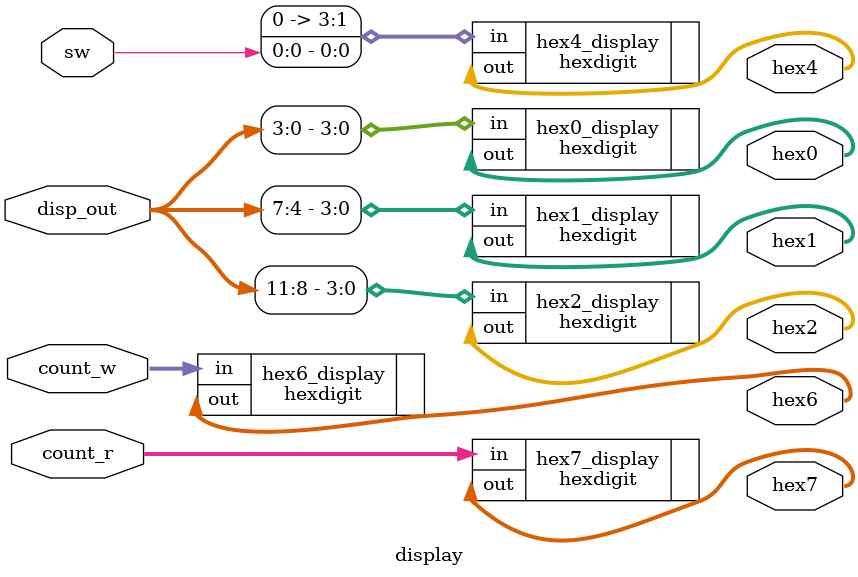
<source format=v>
module display (
	input [11:0] disp_out,
	input [3:0]  count_r,
	input [3:0]  count_w,
	input	 [0:0] sw,
	output [6:0] hex0,
	output [6:0] hex1,
	output [6:0] hex2,
	output [6:0] hex4,
	output [6:0] hex6,
	output [6:0] hex7
	);
	
	// Output displays
	hexdigit hex7_display (
		.in (count_r),
		.out (hex7)
		);
	
	hexdigit hex6_display (
		.in (count_w),
		.out (hex6)
		);
	
	hexdigit hex4_display (
		.in ({3'b000, sw}),
		.out (hex4)
		);
	
	hexdigit hex2_display (
		.in (disp_out[11:8]),
		.out (hex2)
		);
	
	hexdigit hex1_display (
		.in (disp_out[7:4]),
		.out (hex1)
		);
	
	hexdigit hex0_display (
		.in (disp_out[3:0]),
		.out (hex0)
		);
		
endmodule
	
</source>
